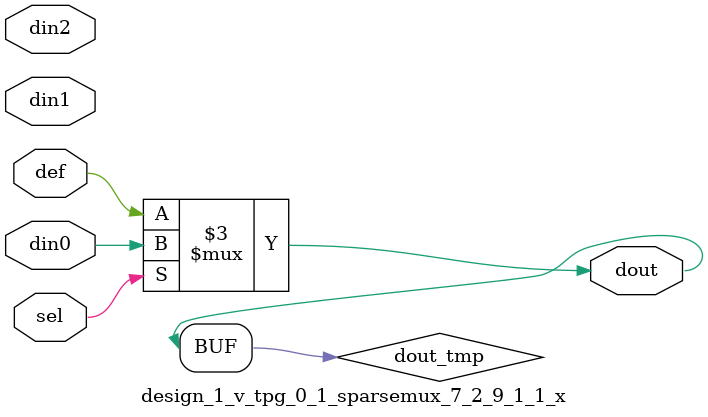
<source format=v>
`timescale 1ns / 1ps

module design_1_v_tpg_0_1_sparsemux_7_2_9_1_1_x (din0,din1,din2,def,sel,dout);

parameter din0_WIDTH = 1;

parameter din1_WIDTH = 1;

parameter din2_WIDTH = 1;

parameter def_WIDTH = 1;
parameter sel_WIDTH = 1;
parameter dout_WIDTH = 1;

parameter [sel_WIDTH-1:0] CASE0 = 1;

parameter [sel_WIDTH-1:0] CASE1 = 1;

parameter [sel_WIDTH-1:0] CASE2 = 1;

parameter ID = 1;
parameter NUM_STAGE = 1;



input [din0_WIDTH-1:0] din0;

input [din1_WIDTH-1:0] din1;

input [din2_WIDTH-1:0] din2;

input [def_WIDTH-1:0] def;
input [sel_WIDTH-1:0] sel;

output [dout_WIDTH-1:0] dout;



reg [dout_WIDTH-1:0] dout_tmp;


always @ (*) begin
(* parallel_case *) case (sel)
    
    CASE0 : dout_tmp = din0;
    
    CASE1 : dout_tmp = din1;
    
    CASE2 : dout_tmp = din2;
    
    default : dout_tmp = def;
endcase
end


assign dout = dout_tmp;



endmodule

</source>
